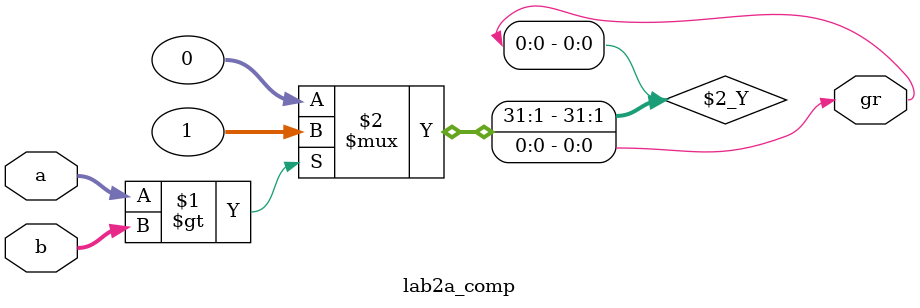
<source format=v>
module lab2a_comp (

	input [3:0] a, b,
	output gr
);

assign gr = (a > b)? 1:0;

endmodule
</source>
